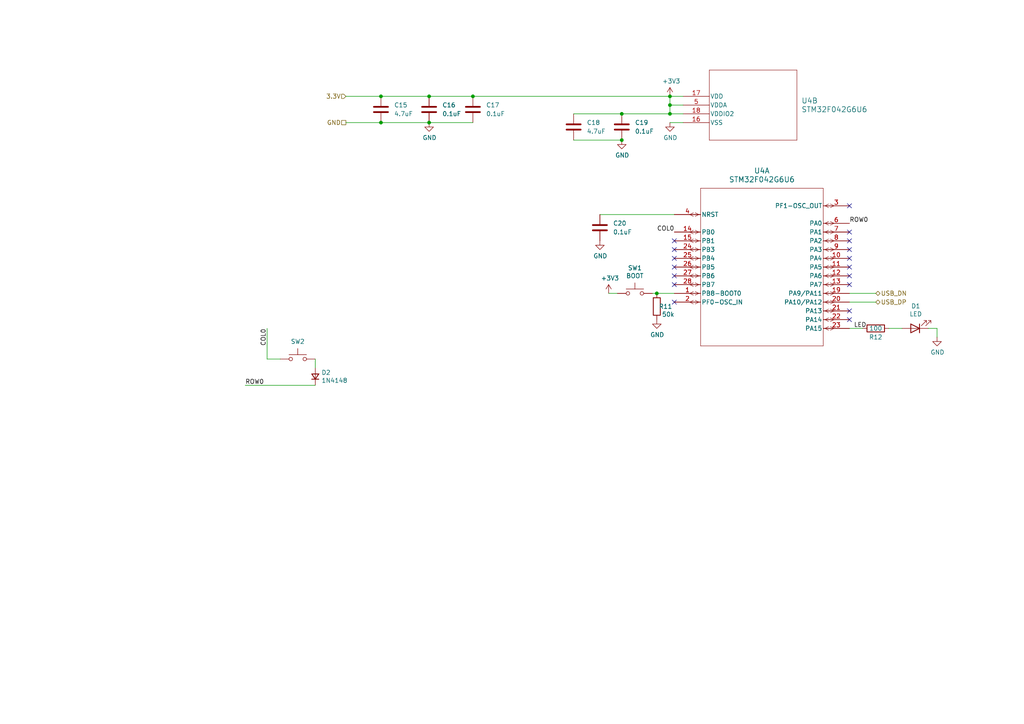
<source format=kicad_sch>
(kicad_sch (version 20250114) (generator "eeschema") (generator_version "9.0")
  (paper "A4")
  (lib_symbols
    (symbol "Device:C" (pin_numbers (hide yes)) (pin_names (offset 0.254))
      (property "Reference" "C" (at 0.635 2.54 0))
      (property "Value" "C" (at 0.635 -2.54 0))
      (symbol "C_0_1"
        (polyline (pts (xy -2.032 0.762) (xy 2.032 0.762)) (stroke (width 0.508)))
        (polyline (pts (xy -2.032 -0.762) (xy 2.032 -0.762)) (stroke (width 0.508)))
      )
      (symbol "C_1_1"
        (pin passive line (at 0 3.81 270) (length 2.794) (name "~") (number "1"))
        (pin passive line (at 0 -3.81 90) (length 2.794) (name "~") (number "2"))
      )
    )
    (symbol "Device:D_Small" (pin_numbers (hide yes)) (pin_names (offset 0.254) (hide yes))
      (property "Reference" "D" (at -1.27 2.032 0))
      (property "Value" "Device_D_Small" (at -3.81 -2.032 0))
      (symbol "D_Small_0_1"
        (polyline (pts (xy -0.762 0) (xy 0.762 0)))
        (polyline (pts (xy -0.762 -1.016) (xy -0.762 1.016)) (stroke (width 0.254)))
        (polyline (pts (xy 0.762 -1.016) (xy -0.762 0) (xy 0.762 1.016) (xy 0.762 -1.016)) (stroke (width 0.254)))
      )
      (symbol "D_Small_1_1"
        (pin passive line (at -2.54 0 0) (length 1.778) (name "K") (number "1"))
        (pin passive line (at 2.54 0 180) (length 1.778) (name "A") (number "2"))
      )
    )
    (symbol "Device:LED" (pin_numbers (hide yes)) (pin_names (offset 1.016) (hide yes))
      (property "Reference" "D" (at 0 2.54 0))
      (property "Value" "Device_LED" (at 0 -2.54 0))
      (symbol "LED_0_1"
        (polyline (pts (xy -3.048 -0.762) (xy -4.572 -2.286) (xy -3.81 -2.286) (xy -4.572 -2.286) (xy -4.572 -1.524)))
        (polyline (pts (xy -1.778 -0.762) (xy -3.302 -2.286) (xy -2.54 -2.286) (xy -3.302 -2.286) (xy -3.302 -1.524)))
        (polyline (pts (xy -1.27 0) (xy 1.27 0)))
        (polyline (pts (xy -1.27 -1.27) (xy -1.27 1.27)) (stroke (width 0.254)))
        (polyline (pts (xy 1.27 -1.27) (xy 1.27 1.27) (xy -1.27 0) (xy 1.27 -1.27)) (stroke (width 0.254)))
      )
      (symbol "LED_1_1"
        (pin passive line (at -3.81 0 0) (length 2.54) (name "K") (number "1"))
        (pin passive line (at 3.81 0 180) (length 2.54) (name "A") (number "2"))
      )
    )
    (symbol "Device:R" (pin_numbers (hide yes)) (pin_names (offset 0))
      (property "Reference" "R" (at 2.032 0 90))
      (property "Value" "Device_R" (at 0 0 90))
      (symbol "R_0_1"
        (rectangle (start -1.016 -2.54) (end 1.016 2.54) (stroke (width 0.254)))
      )
      (symbol "R_1_1"
        (pin passive line (at 0 3.81 270) (length 1.27) (name "~") (number "1"))
        (pin passive line (at 0 -3.81 90) (length 1.27) (name "~") (number "2"))
      )
    )
    (symbol "STM32F042G6:STM32F042G6U6" (pin_names (offset 0.254))
      (property "Reference" "U" (at 25.4 12.7 0))
      (property "Value" "STM32F042G6U6" (at 25.4 10.16 0))
      (symbol "STM32F042G6U6_1_1"
        (polyline (pts (xy 5.5372 0.5207) (xy 4.4958 0)) (stroke (width 0.127)))
        (polyline (pts (xy 5.5372 -0.5207) (xy 4.4958 0)) (stroke (width 0.127)))
        (polyline (pts (xy 5.5372 -4.5593) (xy 4.4958 -5.08)) (stroke (width 0.127)))
        (polyline (pts (xy 5.5372 -5.6007) (xy 4.4958 -5.08)) (stroke (width 0.127)))
        (polyline (pts (xy 5.5372 -7.0993) (xy 4.4958 -7.62)) (stroke (width 0.127)))
        (polyline (pts (xy 5.5372 -8.1407) (xy 4.4958 -7.62)) (stroke (width 0.127)))
        (polyline (pts (xy 5.5372 -9.6393) (xy 4.4958 -10.16)) (stroke (width 0.127)))
        (polyline (pts (xy 5.5372 -10.6807) (xy 4.4958 -10.16)) (stroke (width 0.127)))
        (polyline (pts (xy 5.5372 -12.1793) (xy 4.4958 -12.7)) (stroke (width 0.127)))
        (polyline (pts (xy 5.5372 -13.2207) (xy 4.4958 -12.7)) (stroke (width 0.127)))
        (polyline (pts (xy 5.5372 -14.7193) (xy 4.4958 -15.24)) (stroke (width 0.127)))
        (polyline (pts (xy 5.5372 -15.7607) (xy 4.4958 -15.24)) (stroke (width 0.127)))
        (polyline (pts (xy 5.5372 -17.2593) (xy 4.4958 -17.78)) (stroke (width 0.127)))
        (polyline (pts (xy 5.5372 -18.3007) (xy 4.4958 -17.78)) (stroke (width 0.127)))
        (polyline (pts (xy 5.5372 -19.7993) (xy 4.4958 -20.32)) (stroke (width 0.127)))
        (polyline (pts (xy 5.5372 -20.8407) (xy 4.4958 -20.32)) (stroke (width 0.127)))
        (polyline (pts (xy 5.5372 -22.3393) (xy 4.4958 -22.86)) (stroke (width 0.127)))
        (polyline (pts (xy 5.5372 -23.3807) (xy 4.4958 -22.86)) (stroke (width 0.127)))
        (polyline (pts (xy 5.5372 -24.8793) (xy 4.4958 -25.4)) (stroke (width 0.127)))
        (polyline (pts (xy 5.5372 -25.9207) (xy 4.4958 -25.4)) (stroke (width 0.127)))
        (polyline (pts (xy 7.0993 0) (xy 6.0579 0.5207)) (stroke (width 0.127)))
        (polyline (pts (xy 7.0993 0) (xy 6.0579 -0.5207)) (stroke (width 0.127)))
        (polyline (pts (xy 7.0993 -5.08) (xy 6.0579 -4.5593)) (stroke (width 0.127)))
        (polyline (pts (xy 7.0993 -5.08) (xy 6.0579 -5.6007)) (stroke (width 0.127)))
        (polyline (pts (xy 7.0993 -7.62) (xy 6.0579 -7.0993)) (stroke (width 0.127)))
        (polyline (pts (xy 7.0993 -7.62) (xy 6.0579 -8.1407)) (stroke (width 0.127)))
        (polyline (pts (xy 7.0993 -10.16) (xy 6.0579 -9.6393)) (stroke (width 0.127)))
        (polyline (pts (xy 7.0993 -10.16) (xy 6.0579 -10.6807)) (stroke (width 0.127)))
        (polyline (pts (xy 7.0993 -12.7) (xy 6.0579 -12.1793)) (stroke (width 0.127)))
        (polyline (pts (xy 7.0993 -12.7) (xy 6.0579 -13.2207)) (stroke (width 0.127)))
        (polyline (pts (xy 7.0993 -15.24) (xy 6.0579 -14.7193)) (stroke (width 0.127)))
        (polyline (pts (xy 7.0993 -15.24) (xy 6.0579 -15.7607)) (stroke (width 0.127)))
        (polyline (pts (xy 7.0993 -17.78) (xy 6.0579 -17.2593)) (stroke (width 0.127)))
        (polyline (pts (xy 7.0993 -17.78) (xy 6.0579 -18.3007)) (stroke (width 0.127)))
        (polyline (pts (xy 7.0993 -20.32) (xy 6.0579 -19.7993)) (stroke (width 0.127)))
        (polyline (pts (xy 7.0993 -20.32) (xy 6.0579 -20.8407)) (stroke (width 0.127)))
        (polyline (pts (xy 7.0993 -22.86) (xy 6.0579 -22.3393)) (stroke (width 0.127)))
        (polyline (pts (xy 7.0993 -22.86) (xy 6.0579 -23.3807)) (stroke (width 0.127)))
        (polyline (pts (xy 7.0993 -25.4) (xy 6.0579 -24.8793)) (stroke (width 0.127)))
        (polyline (pts (xy 7.0993 -25.4) (xy 6.0579 -25.9207)) (stroke (width 0.127)))
        (polyline (pts (xy 7.62 7.62) (xy 7.62 -38.1)) (stroke (width 0.127)))
        (polyline (pts (xy 7.62 -38.1) (xy 43.18 -38.1)) (stroke (width 0.127)))
        (polyline (pts (xy 43.18 7.62) (xy 7.62 7.62)) (stroke (width 0.127)))
        (polyline (pts (xy 43.18 -38.1) (xy 43.18 7.62)) (stroke (width 0.127)))
        (polyline (pts (xy 43.7007 2.54) (xy 44.7421 3.0607)) (stroke (width 0.127)))
        (polyline (pts (xy 43.7007 2.54) (xy 44.7421 2.0193)) (stroke (width 0.127)))
        (polyline (pts (xy 43.7007 -2.54) (xy 44.7421 -2.0193)) (stroke (width 0.127)))
        (polyline (pts (xy 43.7007 -2.54) (xy 44.7421 -3.0607)) (stroke (width 0.127)))
        (polyline (pts (xy 43.7007 -5.08) (xy 44.7421 -4.5593)) (stroke (width 0.127)))
        (polyline (pts (xy 43.7007 -5.08) (xy 44.7421 -5.6007)) (stroke (width 0.127)))
        (polyline (pts (xy 43.7007 -7.62) (xy 44.7421 -7.0993)) (stroke (width 0.127)))
        (polyline (pts (xy 43.7007 -7.62) (xy 44.7421 -8.1407)) (stroke (width 0.127)))
        (polyline (pts (xy 43.7007 -10.16) (xy 44.7421 -9.6393)) (stroke (width 0.127)))
        (polyline (pts (xy 43.7007 -10.16) (xy 44.7421 -10.6807)) (stroke (width 0.127)))
        (polyline (pts (xy 43.7007 -12.7) (xy 44.7421 -12.1793)) (stroke (width 0.127)))
        (polyline (pts (xy 43.7007 -12.7) (xy 44.7421 -13.2207)) (stroke (width 0.127)))
        (polyline (pts (xy 43.7007 -15.24) (xy 44.7421 -14.7193)) (stroke (width 0.127)))
        (polyline (pts (xy 43.7007 -15.24) (xy 44.7421 -15.7607)) (stroke (width 0.127)))
        (polyline (pts (xy 43.7007 -17.78) (xy 44.7421 -17.2593)) (stroke (width 0.127)))
        (polyline (pts (xy 43.7007 -17.78) (xy 44.7421 -18.3007)) (stroke (width 0.127)))
        (polyline (pts (xy 43.7007 -20.32) (xy 44.7421 -19.7993)) (stroke (width 0.127)))
        (polyline (pts (xy 43.7007 -20.32) (xy 44.7421 -20.8407)) (stroke (width 0.127)))
        (polyline (pts (xy 43.7007 -22.86) (xy 44.7421 -22.3393)) (stroke (width 0.127)))
        (polyline (pts (xy 43.7007 -22.86) (xy 44.7421 -23.3807)) (stroke (width 0.127)))
        (polyline (pts (xy 43.7007 -25.4) (xy 44.7421 -24.8793)) (stroke (width 0.127)))
        (polyline (pts (xy 43.7007 -25.4) (xy 44.7421 -25.9207)) (stroke (width 0.127)))
        (polyline (pts (xy 43.7007 -27.94) (xy 44.7421 -27.4193)) (stroke (width 0.127)))
        (polyline (pts (xy 43.7007 -27.94) (xy 44.7421 -28.4607)) (stroke (width 0.127)))
        (polyline (pts (xy 43.7007 -30.48) (xy 44.7421 -29.9593)) (stroke (width 0.127)))
        (polyline (pts (xy 43.7007 -30.48) (xy 44.7421 -31.0007)) (stroke (width 0.127)))
        (polyline (pts (xy 43.7007 -33.02) (xy 44.7421 -32.4993)) (stroke (width 0.127)))
        (polyline (pts (xy 43.7007 -33.02) (xy 44.7421 -33.5407)) (stroke (width 0.127)))
        (polyline (pts (xy 45.2628 3.0607) (xy 46.3042 2.54)) (stroke (width 0.127)))
        (polyline (pts (xy 45.2628 2.0193) (xy 46.3042 2.54)) (stroke (width 0.127)))
        (polyline (pts (xy 45.2628 -2.0193) (xy 46.3042 -2.54)) (stroke (width 0.127)))
        (polyline (pts (xy 45.2628 -3.0607) (xy 46.3042 -2.54)) (stroke (width 0.127)))
        (polyline (pts (xy 45.2628 -4.5593) (xy 46.3042 -5.08)) (stroke (width 0.127)))
        (polyline (pts (xy 45.2628 -5.6007) (xy 46.3042 -5.08)) (stroke (width 0.127)))
        (polyline (pts (xy 45.2628 -7.0993) (xy 46.3042 -7.62)) (stroke (width 0.127)))
        (polyline (pts (xy 45.2628 -8.1407) (xy 46.3042 -7.62)) (stroke (width 0.127)))
        (polyline (pts (xy 45.2628 -9.6393) (xy 46.3042 -10.16)) (stroke (width 0.127)))
        (polyline (pts (xy 45.2628 -10.6807) (xy 46.3042 -10.16)) (stroke (width 0.127)))
        (polyline (pts (xy 45.2628 -12.1793) (xy 46.3042 -12.7)) (stroke (width 0.127)))
        (polyline (pts (xy 45.2628 -13.2207) (xy 46.3042 -12.7)) (stroke (width 0.127)))
        (polyline (pts (xy 45.2628 -14.7193) (xy 46.3042 -15.24)) (stroke (width 0.127)))
        (polyline (pts (xy 45.2628 -15.7607) (xy 46.3042 -15.24)) (stroke (width 0.127)))
        (polyline (pts (xy 45.2628 -17.2593) (xy 46.3042 -17.78)) (stroke (width 0.127)))
        (polyline (pts (xy 45.2628 -18.3007) (xy 46.3042 -17.78)) (stroke (width 0.127)))
        (polyline (pts (xy 45.2628 -19.7993) (xy 46.3042 -20.32)) (stroke (width 0.127)))
        (polyline (pts (xy 45.2628 -20.8407) (xy 46.3042 -20.32)) (stroke (width 0.127)))
        (polyline (pts (xy 45.2628 -22.3393) (xy 46.3042 -22.86)) (stroke (width 0.127)))
        (polyline (pts (xy 45.2628 -23.3807) (xy 46.3042 -22.86)) (stroke (width 0.127)))
        (polyline (pts (xy 45.2628 -24.8793) (xy 46.3042 -25.4)) (stroke (width 0.127)))
        (polyline (pts (xy 45.2628 -25.9207) (xy 46.3042 -25.4)) (stroke (width 0.127)))
        (polyline (pts (xy 45.2628 -27.4193) (xy 46.3042 -27.94)) (stroke (width 0.127)))
        (polyline (pts (xy 45.2628 -28.4607) (xy 46.3042 -27.94)) (stroke (width 0.127)))
        (polyline (pts (xy 45.2628 -29.9593) (xy 46.3042 -30.48)) (stroke (width 0.127)))
        (polyline (pts (xy 45.2628 -31.0007) (xy 46.3042 -30.48)) (stroke (width 0.127)))
        (polyline (pts (xy 45.2628 -32.4993) (xy 46.3042 -33.02)) (stroke (width 0.127)))
        (polyline (pts (xy 45.2628 -33.5407) (xy 46.3042 -33.02)) (stroke (width 0.127)))
        (pin bidirectional line (at 0 0 0) (length 7.62) (name "NRST") (number "4"))
        (pin bidirectional line (at 0 -5.08 0) (length 7.62) (name "PB0") (number "14"))
        (pin bidirectional line (at 0 -7.62 0) (length 7.62) (name "PB1") (number "15"))
        (pin bidirectional line (at 0 -10.16 0) (length 7.62) (name "PB3") (number "24"))
        (pin bidirectional line (at 0 -12.7 0) (length 7.62) (name "PB4") (number "25"))
        (pin bidirectional line (at 0 -15.24 0) (length 7.62) (name "PB5") (number "26"))
        (pin bidirectional line (at 0 -17.78 0) (length 7.62) (name "PB6") (number "27"))
        (pin bidirectional line (at 0 -20.32 0) (length 7.62) (name "PB7") (number "28"))
        (pin bidirectional line (at 0 -22.86 0) (length 7.62) (name "PB8-BOOT0") (number "1"))
        (pin bidirectional line (at 0 -25.4 0) (length 7.62) (name "PF0-OSC_IN") (number "2"))
        (pin bidirectional line (at 50.8 2.54 180) (length 7.62) (name "PF1-OSC_OUT") (number "3"))
        (pin bidirectional line (at 50.8 -2.54 180) (length 7.62) (name "PA0") (number "6"))
        (pin bidirectional line (at 50.8 -5.08 180) (length 7.62) (name "PA1") (number "7"))
        (pin bidirectional line (at 50.8 -7.62 180) (length 7.62) (name "PA2") (number "8"))
        (pin bidirectional line (at 50.8 -10.16 180) (length 7.62) (name "PA3") (number "9"))
        (pin bidirectional line (at 50.8 -12.7 180) (length 7.62) (name "PA4") (number "10"))
        (pin bidirectional line (at 50.8 -15.24 180) (length 7.62) (name "PA5") (number "11"))
        (pin bidirectional line (at 50.8 -17.78 180) (length 7.62) (name "PA6") (number "12"))
        (pin bidirectional line (at 50.8 -20.32 180) (length 7.62) (name "PA7") (number "13"))
        (pin bidirectional line (at 50.8 -22.86 180) (length 7.62) (name "PA9/PA11") (number "19"))
        (pin bidirectional line (at 50.8 -25.4 180) (length 7.62) (name "PA10/PA12") (number "20"))
        (pin bidirectional line (at 50.8 -27.94 180) (length 7.62) (name "PA13") (number "21"))
        (pin bidirectional line (at 50.8 -30.48 180) (length 7.62) (name "PA14") (number "22"))
        (pin bidirectional line (at 50.8 -33.02 180) (length 7.62) (name "PA15") (number "23"))
      )
      (symbol "STM32F042G6U6_2_1"
        (polyline (pts (xy 7.62 7.62) (xy 7.62 -12.7)) (stroke (width 0.127)))
        (polyline (pts (xy 7.62 -12.7) (xy 33.02 -12.7)) (stroke (width 0.127)))
        (polyline (pts (xy 33.02 7.62) (xy 7.62 7.62)) (stroke (width 0.127)))
        (polyline (pts (xy 33.02 -12.7) (xy 33.02 7.62)) (stroke (width 0.127)))
        (pin power_in line (at 0 0 0) (length 7.62) (name "VDD") (number "17"))
        (pin power_in line (at 0 -2.54 0) (length 7.62) (name "VDDA") (number "5"))
        (pin power_in line (at 0 -5.08 0) (length 7.62) (name "VDDIO2") (number "18"))
        (pin power_in line (at 0 -7.62 0) (length 7.62) (name "VSS") (number "16"))
      )
    )
    (symbol "Switch:SW_Push" (pin_numbers (hide yes)) (pin_names (offset 1.016) (hide yes))
      (property "Reference" "SW" (at 1.27 2.54 0))
      (property "Value" "Switch_SW_Push" (at 0 -1.524 0))
      (symbol "SW_Push_0_1"
        (circle (center -2.032 0) (radius 0.508))
        (polyline (pts (xy 0 1.27) (xy 0 3.048)))
        (circle (center 2.032 0) (radius 0.508))
        (polyline (pts (xy 2.54 1.27) (xy -2.54 1.27)))
        (pin passive line (at -5.08 0 0) (length 2.54) (name "1") (number "1"))
        (pin passive line (at 5.08 0 180) (length 2.54) (name "2") (number "2"))
      )
    )
    (symbol "power:+3.3V" (power) (pin_names (offset 0))
      (property "Value" "power_+3.3V" (at 0 3.556 0))
      (symbol "+3.3V_0_1"
        (polyline (pts (xy -0.762 1.27) (xy 0 2.54)))
        (polyline (pts (xy 0 2.54) (xy 0.762 1.27)))
        (polyline (pts (xy 0 0) (xy 0 2.54)))
      )
      (symbol "+3.3V_1_1"
        (pin power_in line (at 0 0 90) (length 0) (hide yes) (name "+3V3") (number "1"))
      )
    )
    (symbol "power:GND" (power) (pin_names (offset 0))
      (property "Value" "power_GND" (at 0 -3.81 0))
      (symbol "GND_0_1"
        (polyline (pts (xy 0 0) (xy 0 -1.27) (xy 1.27 -1.27) (xy 0 -2.54) (xy -1.27 -1.27) (xy 0 -1.27)))
      )
      (symbol "GND_1_1"
        (pin power_in line (at 0 0 270) (length 0) (hide yes) (name "GND") (number "1"))
      )
    )
  )
  (junction (at 124.46 27.94))
  (junction (at 180.34 33.02))
  (junction (at 110.49 35.56))
  (junction (at 194.31 27.94))
  (junction (at 190.5 85.09))
  (junction (at 194.31 30.48))
  (junction (at 110.49 27.94))
  (junction (at 180.34 40.64))
  (junction (at 194.31 33.02))
  (junction (at 137.16 27.94))
  (junction (at 124.46 35.56))
  (no_connect (at 246.38 67.31))
  (no_connect (at 246.38 82.55))
  (no_connect (at 246.38 80.01))
  (no_connect (at 195.58 69.85))
  (no_connect (at 246.38 72.39))
  (no_connect (at 195.58 74.93))
  (no_connect (at 195.58 77.47))
  (no_connect (at 246.38 74.93))
  (no_connect (at 246.38 90.17))
  (no_connect (at 195.58 80.01))
  (no_connect (at 246.38 92.71))
  (no_connect (at 195.58 72.39))
  (no_connect (at 246.38 59.69))
  (no_connect (at 246.38 69.85))
  (no_connect (at 195.58 87.63))
  (no_connect (at 246.38 77.47))
  (no_connect (at 195.58 82.55))
  (wire (pts (xy 91.44 104.14) (xy 91.44 106.68)))
  (wire (pts (xy 257.81 95.25) (xy 261.62 95.25)))
  (wire (pts (xy 246.38 87.63) (xy 254 87.63)))
  (wire (pts (xy 124.46 27.94) (xy 137.16 27.94)))
  (wire (pts (xy 71.12 111.76) (xy 91.44 111.76)))
  (wire (pts (xy 124.46 35.56) (xy 137.16 35.56)))
  (wire (pts (xy 194.31 35.56) (xy 198.12 35.56)))
  (wire (pts (xy 269.24 95.25) (xy 271.78 95.25)))
  (wire (pts (xy 246.38 85.09) (xy 254 85.09)))
  (wire (pts (xy 137.16 27.94) (xy 194.31 27.94)))
  (wire (pts (xy 194.31 30.48) (xy 194.31 33.02)))
  (wire (pts (xy 271.78 95.25) (xy 271.78 97.79)))
  (wire (pts (xy 189.23 85.09) (xy 190.5 85.09)))
  (wire (pts (xy 166.37 40.64) (xy 180.34 40.64)))
  (wire (pts (xy 194.31 33.02) (xy 198.12 33.02)))
  (wire (pts (xy 179.07 85.09) (xy 176.53 85.09)))
  (wire (pts (xy 100.33 35.56) (xy 110.49 35.56)))
  (wire (pts (xy 190.5 85.09) (xy 195.58 85.09)))
  (wire (pts (xy 173.99 62.23) (xy 195.58 62.23)))
  (wire (pts (xy 100.33 27.94) (xy 110.49 27.94)))
  (wire (pts (xy 246.38 95.25) (xy 250.19 95.25)))
  (wire (pts (xy 110.49 27.94) (xy 124.46 27.94)))
  (wire (pts (xy 77.47 95.25) (xy 77.47 104.14)))
  (wire (pts (xy 198.12 30.48) (xy 194.31 30.48)))
  (wire (pts (xy 166.37 33.02) (xy 180.34 33.02)))
  (wire (pts (xy 110.49 35.56) (xy 124.46 35.56)))
  (wire (pts (xy 194.31 27.94) (xy 198.12 27.94)))
  (wire (pts (xy 81.28 104.14) (xy 77.47 104.14)))
  (wire (pts (xy 194.31 27.94) (xy 194.31 30.48)))
  (wire (pts (xy 180.34 33.02) (xy 194.31 33.02)))
  (label "ROW0" (at 71.12 111.76 0))
  (label "LED" (at 247.65 95.25 0))
  (label "COL0" (at 77.47 100.33 90))
  (label "COL0" (at 195.58 67.31 180))
  (label "ROW0" (at 246.38 64.77 0))
  (hierarchical_label "USB_DN" (shape bidirectional) (at 254 85.09 0))
  (hierarchical_label "USB_DP" (shape bidirectional) (at 254 87.63 0))
  (hierarchical_label "GND" (shape passive) (at 100.33 35.56 180))
  (hierarchical_label "3.3V" (shape input) (at 100.33 27.94 180))
  (symbol (lib_id "power:GND") (at 124.46 35.56 0) (unit 1)
    (property "Reference" "#PWR035" (effects (hide yes)))
    (property "Value" "GND" (at 124.587 39.9542 0))
  )
  (symbol (lib_id "power:+3.3V") (at 194.31 27.94 0) (unit 1)
    (property "Reference" "#PWR034" (effects (hide yes)))
    (property "Value" "+3V3" (at 194.691 23.5458 0))
  )
  (symbol (lib_id "power:GND") (at 194.31 35.56 0) (unit 1)
    (property "Reference" "#PWR036" (effects (hide yes)))
    (property "Value" "GND" (at 194.437 39.9542 0))
  )
  (symbol (lib_id "Device:LED") (at 265.43 95.25 180) (unit 1)
    (property "Reference" "D1" (at 265.6078 88.773 0))
    (property "Value" "LED" (at 265.6078 91.0844 0))
    (property "Footprint" "LED_SMD:LED_0805_2012Metric_Pad1.15x1.40mm_HandSolder" (effects (hide yes)))
    (property "JLCPCB" "C2297" (effects (hide yes)))
  )
  (symbol (lib_id "Device:R") (at 254 95.25 270) (unit 1)
    (property "Reference" "R12" (at 254 97.79 90))
    (property "Value" "100" (at 254 95.25 90))
    (property "Footprint" "Resistor_SMD:R_0603_1608Metric_Pad0.98x0.95mm_HandSolder" (effects (hide yes)))
  )
  (symbol (lib_id "power:GND") (at 271.78 97.79 0) (unit 1)
    (property "Reference" "#PWR041" (effects (hide yes)))
    (property "Value" "GND" (at 271.907 102.1842 0))
  )
  (symbol (lib_id "Device:D_Small") (at 91.44 109.22 90) (unit 1)
    (property "Reference" "D2" (at 93.218 108.0516 90) (effects (justify right)))
    (property "Value" "1N4148" (at 93.218 110.363 90) (effects (justify right)))
    (property "Footprint" "Diode_SMD:D_SOD-123" (effects (hide yes)))
  )
  (symbol (lib_id "Device:C") (at 173.99 66.04 0) (unit 1)
    (property "Reference" "C20" (at 177.8 64.7699 0) (effects (justify left)))
    (property "Value" "0.1uF" (at 177.8 67.3099 0) (effects (justify left)))
    (property "Footprint" "Capacitor_SMD:C_0603_1608Metric" (effects (hide yes)))
    (property "Description" "Unpolarized capacitor" (effects (hide yes)))
  )
  (symbol (lib_id "Device:C") (at 137.16 31.75 0) (unit 1)
    (property "Reference" "C17" (at 140.97 30.4799 0) (effects (justify left)))
    (property "Value" "0.1uF" (at 140.97 33.0199 0) (effects (justify left)))
    (property "Footprint" "Capacitor_SMD:C_0603_1608Metric" (effects (hide yes)))
    (property "Description" "Unpolarized capacitor" (effects (hide yes)))
  )
  (symbol (lib_id "STM32F042G6:STM32F042G6U6") (at 198.12 27.94 0) (unit 2)
    (property "Reference" "U4" (at 232.41 29.2099 0) (effects (font (size 1.524 1.524)) (justify left)))
    (property "Value" "STM32F042G6U6" (at 232.41 31.7499 0) (effects (font (size 1.524 1.524)) (justify left)))
    (property "Footprint" "library:UFQFPN28-4x4mm" (effects (hide yes)))
    (property "Datasheet" "https://www.st.com/resource/en/datasheet/stm32f042c4.pdf" (effects (hide yes)))
  )
  (symbol (lib_id "Device:C") (at 166.37 36.83 0) (unit 1)
    (property "Reference" "C18" (at 170.18 35.5599 0) (effects (justify left)))
    (property "Value" "4.7uF" (at 170.18 38.0999 0) (effects (justify left)))
    (property "Footprint" "Capacitor_SMD:C_0603_1608Metric" (effects (hide yes)))
    (property "Description" "Unpolarized capacitor" (effects (hide yes)))
  )
  (symbol (lib_id "STM32F042G6:STM32F042G6U6") (at 195.58 62.23 0) (unit 1)
    (property "Reference" "U4" (at 220.98 49.53 0) (effects (font (size 1.524 1.524))))
    (property "Value" "STM32F042G6U6" (at 220.98 52.07 0) (effects (font (size 1.524 1.524))))
    (property "Footprint" "library:UFQFPN28-4x4mm" (effects (hide yes)))
    (property "Datasheet" "https://www.st.com/resource/en/datasheet/stm32f042c4.pdf" (effects (hide yes)))
  )
  (symbol (lib_id "power:+3.3V") (at 176.53 85.09 0) (unit 1)
    (property "Reference" "#PWR039" (effects (hide yes)))
    (property "Value" "+3V3" (at 176.911 80.6958 0))
  )
  (symbol (lib_id "Switch:SW_Push") (at 86.36 104.14 0) (mirror y) (unit 1)
    (property "Reference" "SW2" (at 86.36 99.06 0))
    (property "Value" "SW_Push" (effects (hide yes)))
    (property "Footprint" "acheron:MX100H" (effects (hide yes)))
  )
  (symbol (lib_id "Device:C") (at 110.49 31.75 0) (unit 1)
    (property "Reference" "C15" (at 114.3 30.4799 0) (effects (justify left)))
    (property "Value" "4.7uF" (at 114.3 33.0199 0) (effects (justify left)))
    (property "Footprint" "Capacitor_SMD:C_0603_1608Metric" (effects (hide yes)))
    (property "Description" "Unpolarized capacitor" (effects (hide yes)))
  )
  (symbol (lib_id "Switch:SW_Push") (at 184.15 85.09 0) (unit 1)
    (property "Reference" "SW1" (at 184.15 77.724 0))
    (property "Value" "BOOT" (at 184.15 80.01 0))
    (property "Footprint" "Button_Switch_SMD:SW_SPST_TS-1088-xR020" (effects (hide yes)))
    (property "JLCPCB" "C720477" (effects (hide yes)))
  )
  (symbol (lib_id "Device:C") (at 180.34 36.83 0) (unit 1)
    (property "Reference" "C19" (at 184.15 35.5599 0) (effects (justify left)))
    (property "Value" "0.1uF" (at 184.15 38.0999 0) (effects (justify left)))
    (property "Footprint" "Capacitor_SMD:C_0603_1608Metric" (effects (hide yes)))
    (property "Description" "Unpolarized capacitor" (effects (hide yes)))
  )
  (symbol (lib_id "power:GND") (at 190.5 92.71 0) (unit 1)
    (property "Reference" "#PWR040" (effects (hide yes)))
    (property "Value" "GND" (at 190.627 97.1042 0))
  )
  (symbol (lib_id "power:GND") (at 180.34 40.64 0) (unit 1)
    (property "Reference" "#PWR037" (effects (hide yes)))
    (property "Value" "GND" (at 180.467 45.0342 0))
  )
  (symbol (lib_id "power:GND") (at 173.99 69.85 0) (unit 1)
    (property "Reference" "#PWR038" (effects (hide yes)))
    (property "Value" "GND" (at 174.117 74.2442 0))
  )
  (symbol (lib_id "Device:R") (at 190.5 88.9 0) (unit 1)
    (property "Reference" "R11" (at 193.04 88.9 0))
    (property "Value" "50k" (at 193.802 91.186 0))
    (property "Footprint" "Resistor_SMD:R_0603_1608Metric_Pad0.98x0.95mm_HandSolder" (effects (hide yes)))
  )
  (symbol (lib_id "Device:C") (at 124.46 31.75 0) (unit 1)
    (property "Reference" "C16" (at 128.27 30.4799 0) (effects (justify left)))
    (property "Value" "0.1uF" (at 128.27 33.0199 0) (effects (justify left)))
    (property "Footprint" "Capacitor_SMD:C_0603_1608Metric" (effects (hide yes)))
    (property "Description" "Unpolarized capacitor" (effects (hide yes)))
  )
)
</source>
